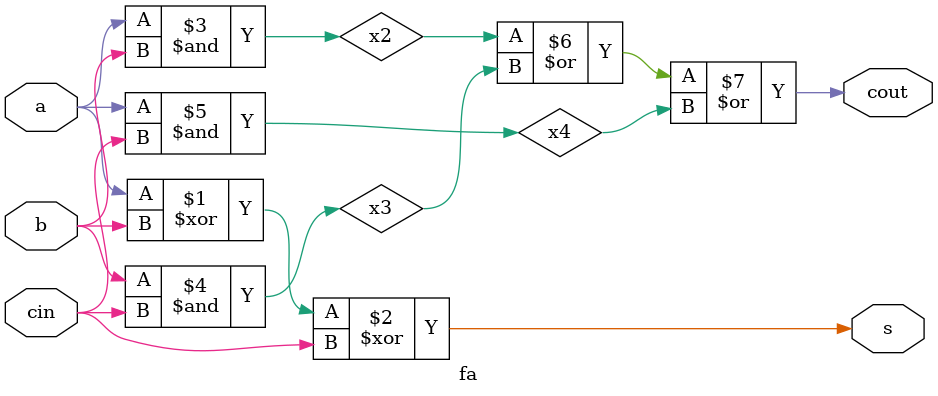
<source format=v>
module fa(a, b, cin, s, cout);
    input a, b, cin;
    output s, cout;
    wire x1, x2, x3, x4;
    xor xor1(s, a, b, cin);
    and and1(x2, a, b);
    and and2(x3, b, cin);
    and and3(x4, a, cin);
    or or1(cout, x2, x3, x4);
endmodule
</source>
